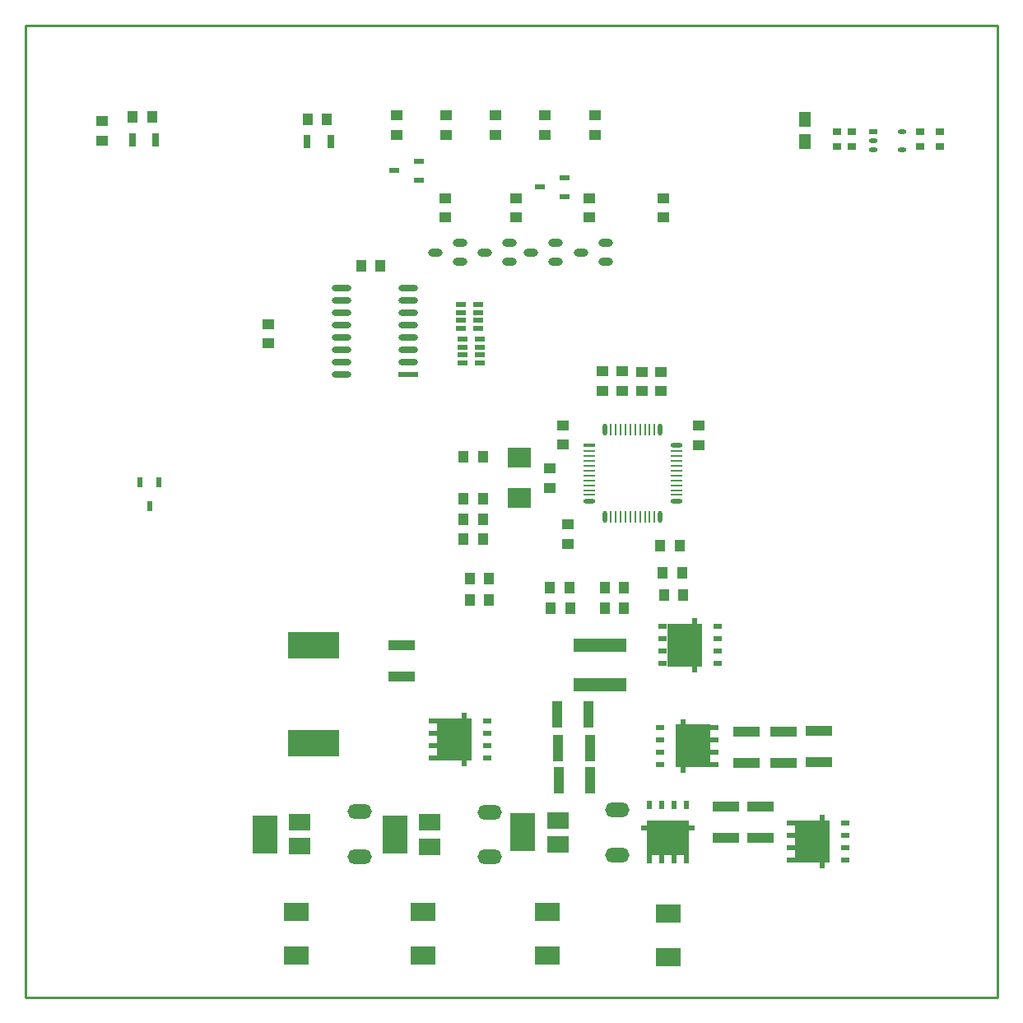
<source format=gtp>
%FSLAX25Y25*%
%MOIN*%
G70*
G01*
G75*
G04 Layer_Color=8421504*
%ADD10R,0.10000X0.07500*%
%ADD11R,0.03937X0.05118*%
%ADD12R,0.02362X0.03937*%
%ADD13R,0.02559X0.05315*%
%ADD14R,0.03937X0.02362*%
%ADD15O,0.03543X0.01969*%
%ADD16R,0.03543X0.01969*%
%ADD17O,0.03543X0.01969*%
%ADD18R,0.05000X0.06000*%
%ADD19O,0.09843X0.05906*%
%ADD20R,0.08661X0.07087*%
%ADD21R,0.09843X0.15748*%
%ADD22O,0.05906X0.03150*%
%ADD23R,0.04000X0.01969*%
%ADD24R,0.08000X0.02400*%
%ADD25O,0.08000X0.02400*%
%ADD26R,0.09449X0.08268*%
%ADD27O,0.00984X0.04724*%
%ADD28O,0.04724X0.00984*%
%ADD29O,0.04724X0.01772*%
%ADD30O,0.01772X0.04724*%
%ADD31R,0.04724X0.01772*%
%ADD32R,0.14410X0.09843*%
%ADD33R,0.14410X0.07874*%
%ADD34R,0.01969X0.06299*%
%ADD35R,0.03543X0.02126*%
%ADD36R,0.05118X0.03937*%
%ADD37R,0.09843X0.14410*%
%ADD38R,0.07874X0.14410*%
%ADD39R,0.06299X0.01969*%
%ADD40R,0.02126X0.03543*%
%ADD41R,0.03347X0.02756*%
%ADD42R,0.10630X0.03937*%
%ADD43R,0.20866X0.11024*%
%ADD44R,0.03937X0.10630*%
%ADD45R,0.21654X0.05630*%
%ADD46C,0.00800*%
%ADD47C,0.10000*%
%ADD48C,0.05000*%
%ADD49C,0.01000*%
%ADD50C,0.03500*%
%ADD51C,0.06000*%
%ADD52C,0.02000*%
%ADD53C,0.03000*%
%ADD54C,0.01500*%
%ADD55C,0.01200*%
%ADD56C,0.04000*%
%ADD57C,0.08000*%
%ADD58R,0.10571X0.09351*%
%ADD59R,0.10871X0.13938*%
%ADD60R,0.06400X0.08900*%
%ADD61R,0.08600X0.43171*%
%ADD62R,0.10722X0.08773*%
%ADD63R,0.28371X0.07471*%
%ADD64R,0.07400X0.15300*%
%ADD65R,0.44271X0.07764*%
%ADD66R,0.12367X0.05271*%
%ADD67R,0.10200X0.04900*%
%ADD68R,0.04000X0.18600*%
%ADD69R,0.18900X0.05200*%
%ADD70R,0.07300X0.29900*%
%ADD71R,0.23600X0.17400*%
%ADD72R,0.25624X0.17093*%
%ADD73R,0.24100X0.17400*%
%ADD74R,0.50200X0.62200*%
%ADD75R,0.24300X1.56600*%
%ADD76O,0.06000X0.10000*%
%ADD77R,0.06000X0.10000*%
%ADD78C,0.05512*%
%ADD79C,0.06693*%
%ADD80C,0.06000*%
%ADD81O,0.05906X0.09843*%
%ADD82R,0.05906X0.09843*%
%ADD83O,0.07874X0.15748*%
%ADD84C,0.05906*%
%ADD85R,0.05906X0.05906*%
%ADD86R,0.05906X0.05906*%
%ADD87C,0.05500*%
%ADD88O,0.09843X0.11811*%
%ADD89R,0.09843X0.11811*%
%ADD90O,0.11811X0.09843*%
%ADD91R,0.11811X0.09843*%
%ADD92C,0.03000*%
%ADD93C,0.02000*%
%ADD94C,0.04000*%
%ADD95C,0.05000*%
%ADD96R,0.05512X0.07087*%
%ADD97R,0.02756X0.03347*%
%ADD98R,0.13386X0.07087*%
%ADD99O,0.02756X0.01181*%
%ADD100O,0.01181X0.02756*%
%ADD101R,0.09100X0.04600*%
%ADD102R,0.04000X0.22000*%
%ADD103R,0.18000X0.06400*%
%ADD104R,0.05200X0.25200*%
%ADD105R,0.50100X0.62100*%
%ADD106R,0.24600X1.31200*%
%ADD107R,0.18400X0.60700*%
%ADD108R,0.46600X0.21200*%
%ADD109C,0.00500*%
%ADD110C,0.00394*%
%ADD111C,0.00787*%
%ADD112C,0.00591*%
%ADD113R,0.04724X0.02756*%
%ADD114R,0.01968X0.03543*%
D10*
X177500Y-359900D02*
D03*
Y-377400D02*
D03*
X27000Y-359200D02*
D03*
Y-376700D02*
D03*
X128497Y-359100D02*
D03*
Y-376600D02*
D03*
X78349Y-359100D02*
D03*
Y-376600D02*
D03*
D11*
X105100Y-224000D02*
D03*
X97226D02*
D03*
X105000Y-232900D02*
D03*
X97126D02*
D03*
X61000Y-97500D02*
D03*
X53126D02*
D03*
X182300Y-210600D02*
D03*
X174426D02*
D03*
X94600Y-200200D02*
D03*
X102474D02*
D03*
X94700Y-191762D02*
D03*
X102574D02*
D03*
X94700Y-174762D02*
D03*
X102574D02*
D03*
X31526Y-38200D02*
D03*
X39400D02*
D03*
X102574Y-208100D02*
D03*
X94700D02*
D03*
X-39374Y-37000D02*
D03*
X-31500D02*
D03*
X183674Y-230800D02*
D03*
X175800D02*
D03*
X151826Y-227900D02*
D03*
X159700D02*
D03*
X129626Y-227800D02*
D03*
X137500D02*
D03*
X183174Y-221800D02*
D03*
X175300D02*
D03*
X151826Y-235974D02*
D03*
X159700D02*
D03*
X129926D02*
D03*
X137800D02*
D03*
D12*
X-36474Y-185000D02*
D03*
X-32537Y-194843D02*
D03*
X-28600Y-185000D02*
D03*
D13*
X31400Y-47200D02*
D03*
X40849D02*
D03*
X-39500Y-46500D02*
D03*
X-30051D02*
D03*
D14*
X76500Y-62800D02*
D03*
X66658Y-58863D02*
D03*
X76500Y-54926D02*
D03*
X135500Y-69500D02*
D03*
X125657Y-65563D02*
D03*
X135500Y-61626D02*
D03*
D15*
X272411Y-50480D02*
D03*
X260600Y-46740D02*
D03*
Y-50480D02*
D03*
D16*
Y-43000D02*
D03*
D17*
X272411D02*
D03*
D18*
X233000Y-47200D02*
D03*
Y-38200D02*
D03*
D19*
X52506Y-336655D02*
D03*
Y-318545D02*
D03*
X105206Y-336855D02*
D03*
Y-318745D02*
D03*
X157006Y-335955D02*
D03*
Y-317845D02*
D03*
D20*
X28294Y-332521D02*
D03*
X28294Y-322679D02*
D03*
X80994Y-332721D02*
D03*
X80994Y-322879D02*
D03*
X132794Y-331821D02*
D03*
X132794Y-321979D02*
D03*
D21*
X14120Y-327600D02*
D03*
X66820Y-327800D02*
D03*
X118620Y-326900D02*
D03*
D22*
X83400Y-91960D02*
D03*
X93400Y-88220D02*
D03*
Y-95700D02*
D03*
X103300Y-91960D02*
D03*
X113300Y-88220D02*
D03*
Y-95700D02*
D03*
X121800Y-91960D02*
D03*
X131800Y-88220D02*
D03*
Y-95700D02*
D03*
X142200Y-91960D02*
D03*
X152200Y-88220D02*
D03*
Y-95700D02*
D03*
D23*
X93745Y-122605D02*
D03*
X100745D02*
D03*
X93745Y-119455D02*
D03*
X100745D02*
D03*
X93745Y-116306D02*
D03*
X100745D02*
D03*
X93745Y-113156D02*
D03*
X100745D02*
D03*
X94245Y-136605D02*
D03*
X101245D02*
D03*
X94245Y-133455D02*
D03*
X101245D02*
D03*
X94245Y-130306D02*
D03*
X101245D02*
D03*
X94245Y-127156D02*
D03*
X101245D02*
D03*
D24*
X72200Y-141300D02*
D03*
D25*
Y-136300D02*
D03*
Y-131300D02*
D03*
Y-126300D02*
D03*
Y-121300D02*
D03*
Y-116300D02*
D03*
Y-111300D02*
D03*
Y-106300D02*
D03*
X45200D02*
D03*
Y-111300D02*
D03*
Y-116300D02*
D03*
Y-121300D02*
D03*
Y-126300D02*
D03*
Y-131300D02*
D03*
Y-136300D02*
D03*
Y-141300D02*
D03*
D26*
X117200Y-174994D02*
D03*
Y-191530D02*
D03*
D27*
X158295Y-199075D02*
D03*
X166169D02*
D03*
X160264D02*
D03*
X164201D02*
D03*
X162232D02*
D03*
X170106D02*
D03*
X164201Y-163642D02*
D03*
X172075D02*
D03*
X156327Y-199075D02*
D03*
X168138D02*
D03*
X170106Y-163642D02*
D03*
X168138D02*
D03*
X166169D02*
D03*
X162232D02*
D03*
X160264D02*
D03*
X158295D02*
D03*
X156327D02*
D03*
X154358D02*
D03*
Y-199075D02*
D03*
X172075D02*
D03*
D28*
X145500Y-188248D02*
D03*
Y-178405D02*
D03*
Y-184311D02*
D03*
Y-190217D02*
D03*
Y-180374D02*
D03*
Y-174469D02*
D03*
X180933Y-182343D02*
D03*
Y-186279D02*
D03*
Y-188248D02*
D03*
X145500Y-172500D02*
D03*
X180933D02*
D03*
X145500Y-182343D02*
D03*
Y-176437D02*
D03*
X180933Y-190217D02*
D03*
Y-180374D02*
D03*
Y-176437D02*
D03*
Y-178405D02*
D03*
Y-184311D02*
D03*
X180933Y-174469D02*
D03*
X145500Y-186279D02*
D03*
D29*
Y-192579D02*
D03*
X180933D02*
D03*
Y-170138D02*
D03*
D30*
X151996Y-199075D02*
D03*
X174437Y-163642D02*
D03*
X151996D02*
D03*
X174437Y-199075D02*
D03*
D31*
X145500Y-170138D02*
D03*
D32*
X91072Y-285641D02*
D03*
X235972Y-326941D02*
D03*
X184172Y-247441D02*
D03*
X187528Y-295459D02*
D03*
D33*
X91072Y-293883D02*
D03*
X235972Y-335183D02*
D03*
X184172Y-255683D02*
D03*
X187528Y-287217D02*
D03*
D34*
X95108Y-281388D02*
D03*
Y-297136D02*
D03*
X240008Y-322688D02*
D03*
Y-338436D02*
D03*
X188208Y-243188D02*
D03*
Y-258936D02*
D03*
X183492Y-299712D02*
D03*
Y-283964D02*
D03*
D35*
X104360Y-291762D02*
D03*
X82322D02*
D03*
X104360Y-281762D02*
D03*
Y-286762D02*
D03*
X82322Y-281762D02*
D03*
X104360Y-296762D02*
D03*
X82322D02*
D03*
Y-286762D02*
D03*
X249260Y-333062D02*
D03*
X227222D02*
D03*
X249260Y-323062D02*
D03*
Y-328062D02*
D03*
X227222Y-323062D02*
D03*
X249260Y-338062D02*
D03*
X227222D02*
D03*
Y-328062D02*
D03*
X197460Y-253562D02*
D03*
X175422D02*
D03*
X197460Y-243562D02*
D03*
Y-248562D02*
D03*
X175422Y-243562D02*
D03*
X197460Y-258562D02*
D03*
X175422D02*
D03*
Y-248562D02*
D03*
X174240Y-289338D02*
D03*
X196278D02*
D03*
X174240Y-299338D02*
D03*
Y-294338D02*
D03*
X196278Y-299338D02*
D03*
X174240Y-284338D02*
D03*
X196278D02*
D03*
Y-294338D02*
D03*
D36*
X-51600Y-38700D02*
D03*
Y-46574D02*
D03*
X190100Y-162200D02*
D03*
Y-170074D02*
D03*
X135000Y-162000D02*
D03*
Y-169874D02*
D03*
X137000Y-210000D02*
D03*
Y-202126D02*
D03*
X129700Y-179388D02*
D03*
Y-187262D02*
D03*
X107750Y-44274D02*
D03*
Y-36400D02*
D03*
X87725Y-44274D02*
D03*
Y-36400D02*
D03*
X166800Y-148174D02*
D03*
Y-140300D02*
D03*
X15600Y-120926D02*
D03*
Y-128800D02*
D03*
X174600Y-148174D02*
D03*
Y-140300D02*
D03*
X67700Y-44274D02*
D03*
Y-36400D02*
D03*
X175500Y-70026D02*
D03*
Y-77900D02*
D03*
X116000Y-70026D02*
D03*
Y-77900D02*
D03*
X145500Y-70026D02*
D03*
Y-77900D02*
D03*
X87163Y-69963D02*
D03*
Y-77837D02*
D03*
X159000Y-147974D02*
D03*
Y-140100D02*
D03*
X151100Y-140126D02*
D03*
Y-148000D02*
D03*
X127775Y-36400D02*
D03*
Y-44274D02*
D03*
X147800D02*
D03*
Y-36400D02*
D03*
D37*
X173857Y-329000D02*
D03*
D38*
X182100D02*
D03*
D39*
X169605Y-324965D02*
D03*
X185353D02*
D03*
D40*
X179979Y-315713D02*
D03*
Y-337750D02*
D03*
X169979Y-315713D02*
D03*
X174979D02*
D03*
X169979Y-337750D02*
D03*
X184979Y-315713D02*
D03*
Y-337750D02*
D03*
X174979D02*
D03*
D41*
X252092Y-48997D02*
D03*
Y-43092D02*
D03*
X279500Y-48906D02*
D03*
Y-43000D02*
D03*
X287500Y-43095D02*
D03*
Y-49000D02*
D03*
X245900Y-43095D02*
D03*
Y-49000D02*
D03*
D42*
X214800Y-316405D02*
D03*
Y-329200D02*
D03*
X69500Y-263795D02*
D03*
Y-251000D02*
D03*
X200800Y-316405D02*
D03*
Y-329200D02*
D03*
X224300Y-286005D02*
D03*
Y-298800D02*
D03*
X209400Y-285905D02*
D03*
Y-298700D02*
D03*
X238500Y-285705D02*
D03*
Y-298500D02*
D03*
D43*
X34100Y-290700D02*
D03*
Y-250936D02*
D03*
D44*
X133005Y-292700D02*
D03*
X145800D02*
D03*
X133205Y-305700D02*
D03*
X146000D02*
D03*
X132605Y-279200D02*
D03*
X145400D02*
D03*
D45*
X150100Y-251100D02*
D03*
Y-267005D02*
D03*
D49*
X311024Y-393701D02*
Y0D01*
X-82677Y-393701D02*
X311024D01*
X-82677D02*
Y0D01*
X311024D01*
M02*

</source>
